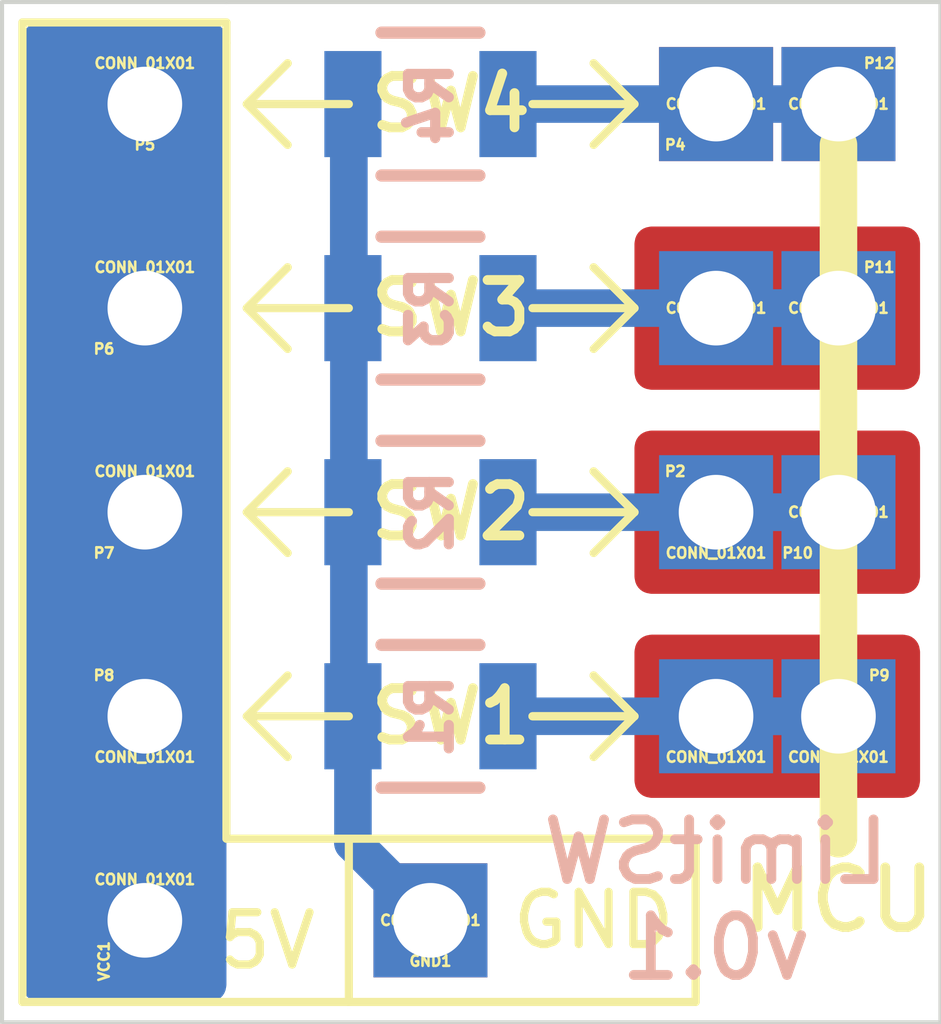
<source format=kicad_pcb>
(kicad_pcb (version 4) (host pcbnew 4.0.7)

  (general
    (links 16)
    (no_connects 0)
    (area 143.724999 100.224999 155.275001 112.775001)
    (thickness 1.6)
    (drawings 56)
    (tracks 21)
    (zones 0)
    (modules 18)
    (nets 7)
  )

  (page A4)
  (layers
    (0 F.Cu signal)
    (31 B.Cu signal)
    (34 B.Paste user)
    (35 F.Paste user)
    (36 B.SilkS user)
    (37 F.SilkS user)
    (38 B.Mask user)
    (39 F.Mask user)
    (44 Edge.Cuts user)
  )

  (setup
    (last_trace_width 0.153)
    (user_trace_width 0.28)
    (user_trace_width 0.3)
    (user_trace_width 0.35)
    (user_trace_width 0.37)
    (user_trace_width 0.4)
    (user_trace_width 0.46)
    (user_trace_width 0.5)
    (user_trace_width 0.8)
    (trace_clearance 0.2)
    (zone_clearance 0.2)
    (zone_45_only no)
    (trace_min 0.153)
    (segment_width 0.1)
    (edge_width 0.05)
    (via_size 0.6858)
    (via_drill 0.3302)
    (via_min_size 0.6858)
    (via_min_drill 0.3302)
    (user_via 0.6858 0.3302)
    (user_via 0.75 0.4)
    (user_via 0.84 0.49)
    (user_via 0.95 0.5)
    (uvia_size 0.45)
    (uvia_drill 0.3)
    (uvias_allowed yes)
    (uvia_min_size 0.45)
    (uvia_min_drill 0.3)
    (pcb_text_width 0.3)
    (pcb_text_size 1.5 1.5)
    (mod_edge_width 0.15)
    (mod_text_size 1 1)
    (mod_text_width 0.15)
    (pad_size 1.524 1.524)
    (pad_drill 0.762)
    (pad_to_mask_clearance 0.2)
    (aux_axis_origin 0 0)
    (visible_elements 7FFFFFFF)
    (pcbplotparams
      (layerselection 0x010f0_80000001)
      (usegerberextensions false)
      (excludeedgelayer true)
      (linewidth 0.100000)
      (plotframeref true)
      (viasonmask false)
      (mode 1)
      (useauxorigin false)
      (hpglpennumber 1)
      (hpglpenspeed 20)
      (hpglpendiameter 15)
      (hpglpenoverlay 2)
      (psnegative false)
      (psa4output false)
      (plotreference false)
      (plotvalue false)
      (plotinvisibletext false)
      (padsonsilk false)
      (subtractmaskfromsilk false)
      (outputformat 1)
      (mirror false)
      (drillshape 0)
      (scaleselection 1)
      (outputdirectory C:/Users/Denise/Desktop/))
  )

  (net 0 "")
  (net 1 GND)
  (net 2 "Net-(P1-Pad1)")
  (net 3 "Net-(P10-Pad1)")
  (net 4 "Net-(P11-Pad1)")
  (net 5 "Net-(P12-Pad1)")
  (net 6 +5V)

  (net_class Default "This is the default net class."
    (clearance 0.2)
    (trace_width 0.153)
    (via_dia 0.6858)
    (via_drill 0.3302)
    (uvia_dia 0.45)
    (uvia_drill 0.3)
    (add_net +5V)
    (add_net GND)
    (add_net "Net-(P1-Pad1)")
    (add_net "Net-(P10-Pad1)")
    (add_net "Net-(P11-Pad1)")
    (add_net "Net-(P12-Pad1)")
  )

  (module Resistors_SMD:R_0805 (layer B.Cu) (tedit 5A81DF9E) (tstamp 5A857992)
    (at 149 106.5)
    (descr "Resistor SMD 0805, reflow soldering, Vishay (see dcrcw.pdf)")
    (tags "resistor 0805")
    (path /5A81BBED)
    (attr smd)
    (fp_text reference R2 (at 0 0 90) (layer B.SilkS)
      (effects (font (size 0.5 0.5) (thickness 0.125)) (justify mirror))
    )
    (fp_text value R_Small (at 0 -1.5) (layer B.Fab)
      (effects (font (size 0.127 0.127) (thickness 0.03175)) (justify mirror))
    )
    (fp_line (start -1.6 1) (end 1.6 1) (layer B.CrtYd) (width 0.05))
    (fp_line (start -1.6 -1) (end 1.6 -1) (layer B.CrtYd) (width 0.05))
    (fp_line (start -1.6 1) (end -1.6 -1) (layer B.CrtYd) (width 0.05))
    (fp_line (start 1.6 1) (end 1.6 -1) (layer B.CrtYd) (width 0.05))
    (fp_line (start 0.6 -0.875) (end -0.6 -0.875) (layer B.SilkS) (width 0.15))
    (fp_line (start -0.6 0.875) (end 0.6 0.875) (layer B.SilkS) (width 0.15))
    (pad 1 smd rect (at -0.95 0) (size 0.7 1.3) (layers B.Cu B.Paste B.Mask)
      (net 1 GND))
    (pad 2 smd rect (at 0.95 0) (size 0.7 1.3) (layers B.Cu B.Paste B.Mask)
      (net 3 "Net-(P10-Pad1)"))
    (model Resistors_SMD.3dshapes/R_0805.wrl
      (at (xyz 0 0 0))
      (scale (xyz 1 1 1))
      (rotate (xyz 0 0 0))
    )
  )

  (module Resistors_SMD:R_0805 (layer B.Cu) (tedit 5A81DF96) (tstamp 5A85798C)
    (at 149 109)
    (descr "Resistor SMD 0805, reflow soldering, Vishay (see dcrcw.pdf)")
    (tags "resistor 0805")
    (path /5A81BC2D)
    (attr smd)
    (fp_text reference R1 (at 0 0 90) (layer B.SilkS)
      (effects (font (size 0.5 0.5) (thickness 0.125)) (justify mirror))
    )
    (fp_text value R_Small (at 0 -1.75) (layer B.Fab)
      (effects (font (size 0.127 0.127) (thickness 0.03175)) (justify mirror))
    )
    (fp_line (start -1.6 1) (end 1.6 1) (layer B.CrtYd) (width 0.05))
    (fp_line (start -1.6 -1) (end 1.6 -1) (layer B.CrtYd) (width 0.05))
    (fp_line (start -1.6 1) (end -1.6 -1) (layer B.CrtYd) (width 0.05))
    (fp_line (start 1.6 1) (end 1.6 -1) (layer B.CrtYd) (width 0.05))
    (fp_line (start 0.6 -0.875) (end -0.6 -0.875) (layer B.SilkS) (width 0.15))
    (fp_line (start -0.6 0.875) (end 0.6 0.875) (layer B.SilkS) (width 0.15))
    (pad 1 smd rect (at -0.95 0) (size 0.7 1.3) (layers B.Cu B.Paste B.Mask)
      (net 1 GND))
    (pad 2 smd rect (at 0.95 0) (size 0.7 1.3) (layers B.Cu B.Paste B.Mask)
      (net 2 "Net-(P1-Pad1)"))
    (model Resistors_SMD.3dshapes/R_0805.wrl
      (at (xyz 0 0 0))
      (scale (xyz 1 1 1))
      (rotate (xyz 0 0 0))
    )
  )

  (module cmon:1.4_0.9_S (layer F.Cu) (tedit 5A81E2A0) (tstamp 5A85794A)
    (at 149 111.5)
    (path /5A81B906)
    (attr virtual)
    (fp_text reference GND1 (at 0 0.5) (layer F.SilkS)
      (effects (font (size 0.127 0.127) (thickness 0.03175)))
    )
    (fp_text value CONN_01X01 (at 0 0) (layer F.SilkS)
      (effects (font (size 0.127 0.127) (thickness 0.03175)))
    )
    (pad 1 thru_hole rect (at 0 0) (size 1.397 1.397) (drill 0.9144) (layers *.Cu *.Paste *.Mask)
      (net 1 GND))
  )

  (module cmon:1.4_0.9_S (layer F.Cu) (tedit 5A81E304) (tstamp 5A85794F)
    (at 152.5 109)
    (path /5A81B6A0)
    (attr virtual)
    (fp_text reference P1 (at 1.5 -2.5) (layer F.SilkS)
      (effects (font (size 0.127 0.127) (thickness 0.03175)))
    )
    (fp_text value CONN_01X01 (at 0 0.5) (layer F.SilkS)
      (effects (font (size 0.127 0.127) (thickness 0.03175)))
    )
    (pad 1 thru_hole rect (at 0 0) (size 1.397 1.397) (drill 0.9144) (layers *.Cu *.Paste *.Mask)
      (net 2 "Net-(P1-Pad1)"))
  )

  (module cmon:1.4_0.9_S (layer F.Cu) (tedit 5A81E363) (tstamp 5A857954)
    (at 152.5 106.5)
    (path /5A81B6D3)
    (attr virtual)
    (fp_text reference P2 (at -0.5 -0.5) (layer F.SilkS)
      (effects (font (size 0.127 0.127) (thickness 0.03175)))
    )
    (fp_text value CONN_01X01 (at 0 0.5) (layer F.SilkS)
      (effects (font (size 0.127 0.127) (thickness 0.03175)))
    )
    (pad 1 thru_hole rect (at 0 0) (size 1.397 1.397) (drill 0.9144) (layers *.Cu *.Paste *.Mask)
      (net 3 "Net-(P10-Pad1)"))
  )

  (module cmon:1.4_0.9_S (layer F.Cu) (tedit 5A81E31D) (tstamp 5A857959)
    (at 152.5 104)
    (path /5A81B6F9)
    (attr virtual)
    (fp_text reference P3 (at 1.5 0) (layer F.SilkS)
      (effects (font (size 0.127 0.127) (thickness 0.03175)))
    )
    (fp_text value CONN_01X01 (at 0 0) (layer F.SilkS)
      (effects (font (size 0.127 0.127) (thickness 0.03175)))
    )
    (pad 1 thru_hole rect (at 0 0) (size 1.397 1.397) (drill 0.9144) (layers *.Cu *.Paste *.Mask)
      (net 4 "Net-(P11-Pad1)"))
  )

  (module cmon:1.4_0.9_S (layer F.Cu) (tedit 5A81E34C) (tstamp 5A85795E)
    (at 152.5 101.5)
    (path /5A81B726)
    (attr virtual)
    (fp_text reference P4 (at -0.5 0.5) (layer F.SilkS)
      (effects (font (size 0.127 0.127) (thickness 0.03175)))
    )
    (fp_text value CONN_01X01 (at 0 0) (layer F.SilkS)
      (effects (font (size 0.127 0.127) (thickness 0.03175)))
    )
    (pad 1 thru_hole rect (at 0 0) (size 1.397 1.397) (drill 0.9144) (layers *.Cu *.Paste *.Mask)
      (net 5 "Net-(P12-Pad1)"))
  )

  (module cmon:1.4_0.9_S (layer F.Cu) (tedit 5A81E2DA) (tstamp 5A857963)
    (at 145.5 101.5)
    (path /5A81B655)
    (attr virtual)
    (fp_text reference P5 (at 0 0.5) (layer F.SilkS)
      (effects (font (size 0.127 0.127) (thickness 0.03175)))
    )
    (fp_text value CONN_01X01 (at 0 -0.5) (layer F.SilkS)
      (effects (font (size 0.127 0.127) (thickness 0.03175)))
    )
    (pad 1 thru_hole rect (at 0 0) (size 1.397 1.397) (drill 0.9144) (layers *.Cu *.Paste *.Mask)
      (net 6 +5V))
  )

  (module cmon:1.4_0.9_S (layer F.Cu) (tedit 5A81E2D6) (tstamp 5A857968)
    (at 145.5 104)
    (path /5A81B61F)
    (attr virtual)
    (fp_text reference P6 (at -0.5 0.5) (layer F.SilkS)
      (effects (font (size 0.127 0.127) (thickness 0.03175)))
    )
    (fp_text value CONN_01X01 (at 0 -0.5) (layer F.SilkS)
      (effects (font (size 0.127 0.127) (thickness 0.03175)))
    )
    (pad 1 thru_hole rect (at 0 0) (size 1.397 1.397) (drill 0.9144) (layers *.Cu *.Paste *.Mask)
      (net 6 +5V))
  )

  (module cmon:1.4_0.9_S (layer F.Cu) (tedit 5A81E2DF) (tstamp 5A85796D)
    (at 145.5 106.5)
    (path /5A81B5EB)
    (attr virtual)
    (fp_text reference P7 (at -0.5 0.5) (layer F.SilkS)
      (effects (font (size 0.127 0.127) (thickness 0.03175)))
    )
    (fp_text value CONN_01X01 (at 0 -0.5) (layer F.SilkS)
      (effects (font (size 0.127 0.127) (thickness 0.03175)))
    )
    (pad 1 thru_hole rect (at 0 0) (size 1.397 1.397) (drill 0.9144) (layers *.Cu *.Paste *.Mask)
      (net 6 +5V))
  )

  (module cmon:1.4_0.9_S (layer F.Cu) (tedit 5A81E2E3) (tstamp 5A857972)
    (at 145.5 109)
    (path /5A81B676)
    (attr virtual)
    (fp_text reference P8 (at -0.5 -0.5) (layer F.SilkS)
      (effects (font (size 0.127 0.127) (thickness 0.03175)))
    )
    (fp_text value CONN_01X01 (at 0 0.5) (layer F.SilkS)
      (effects (font (size 0.127 0.127) (thickness 0.03175)))
    )
    (pad 1 thru_hole rect (at 0 0) (size 1.397 1.397) (drill 0.9144) (layers *.Cu *.Paste *.Mask)
      (net 6 +5V))
  )

  (module cmon:1.4_0.9_S (layer F.Cu) (tedit 5A81E35D) (tstamp 5A857977)
    (at 154 109)
    (path /5A81C373)
    (attr virtual)
    (fp_text reference P9 (at 0.5 -0.5) (layer F.SilkS)
      (effects (font (size 0.127 0.127) (thickness 0.03175)))
    )
    (fp_text value CONN_01X01 (at 0 0.5) (layer F.SilkS)
      (effects (font (size 0.127 0.127) (thickness 0.03175)))
    )
    (pad 1 thru_hole rect (at 0 0) (size 1.397 1.397) (drill 0.9144) (layers *.Cu *.Paste *.Mask)
      (net 2 "Net-(P1-Pad1)"))
  )

  (module cmon:1.4_0.9_S (layer F.Cu) (tedit 5A81E356) (tstamp 5A85797C)
    (at 154 106.5)
    (path /5A81C3CF)
    (attr virtual)
    (fp_text reference P10 (at -0.5 0.5) (layer F.SilkS)
      (effects (font (size 0.127 0.127) (thickness 0.03175)))
    )
    (fp_text value CONN_01X01 (at 0 0) (layer F.SilkS)
      (effects (font (size 0.127 0.127) (thickness 0.03175)))
    )
    (pad 1 thru_hole rect (at 0 0) (size 1.397 1.397) (drill 0.9144) (layers *.Cu *.Paste *.Mask)
      (net 3 "Net-(P10-Pad1)"))
  )

  (module cmon:1.4_0.9_S (layer F.Cu) (tedit 5A81E346) (tstamp 5A857981)
    (at 154 104)
    (path /5A81C413)
    (attr virtual)
    (fp_text reference P11 (at 0.5 -0.5) (layer F.SilkS)
      (effects (font (size 0.127 0.127) (thickness 0.03175)))
    )
    (fp_text value CONN_01X01 (at 0 0) (layer F.SilkS)
      (effects (font (size 0.127 0.127) (thickness 0.03175)))
    )
    (pad 1 thru_hole rect (at 0 0) (size 1.397 1.397) (drill 0.9144) (layers *.Cu *.Paste *.Mask)
      (net 4 "Net-(P11-Pad1)"))
  )

  (module cmon:1.4_0.9_S (layer F.Cu) (tedit 5A81E339) (tstamp 5A857986)
    (at 154 101.5)
    (path /5A81C45A)
    (attr virtual)
    (fp_text reference P12 (at 0.5 -0.5) (layer F.SilkS)
      (effects (font (size 0.127 0.127) (thickness 0.03175)))
    )
    (fp_text value CONN_01X01 (at 0 0) (layer F.SilkS)
      (effects (font (size 0.127 0.127) (thickness 0.03175)))
    )
    (pad 1 thru_hole rect (at 0 0) (size 1.397 1.397) (drill 0.9144) (layers *.Cu *.Paste *.Mask)
      (net 5 "Net-(P12-Pad1)"))
  )

  (module Resistors_SMD:R_0805 (layer B.Cu) (tedit 5A81DF80) (tstamp 5A857998)
    (at 149 104)
    (descr "Resistor SMD 0805, reflow soldering, Vishay (see dcrcw.pdf)")
    (tags "resistor 0805")
    (path /5A81BCB8)
    (attr smd)
    (fp_text reference R3 (at 0 0 90) (layer B.SilkS)
      (effects (font (size 0.5 0.5) (thickness 0.125)) (justify mirror))
    )
    (fp_text value R_Small (at 0 -1.75) (layer B.Fab)
      (effects (font (size 0.127 0.127) (thickness 0.03175)) (justify mirror))
    )
    (fp_line (start -1.6 1) (end 1.6 1) (layer B.CrtYd) (width 0.05))
    (fp_line (start -1.6 -1) (end 1.6 -1) (layer B.CrtYd) (width 0.05))
    (fp_line (start -1.6 1) (end -1.6 -1) (layer B.CrtYd) (width 0.05))
    (fp_line (start 1.6 1) (end 1.6 -1) (layer B.CrtYd) (width 0.05))
    (fp_line (start 0.6 -0.875) (end -0.6 -0.875) (layer B.SilkS) (width 0.15))
    (fp_line (start -0.6 0.875) (end 0.6 0.875) (layer B.SilkS) (width 0.15))
    (pad 1 smd rect (at -0.95 0) (size 0.7 1.3) (layers B.Cu B.Paste B.Mask)
      (net 1 GND))
    (pad 2 smd rect (at 0.95 0) (size 0.7 1.3) (layers B.Cu B.Paste B.Mask)
      (net 4 "Net-(P11-Pad1)"))
    (model Resistors_SMD.3dshapes/R_0805.wrl
      (at (xyz 0 0 0))
      (scale (xyz 1 1 1))
      (rotate (xyz 0 0 0))
    )
  )

  (module Resistors_SMD:R_0805 (layer B.Cu) (tedit 5A81DF90) (tstamp 5A85799E)
    (at 149 101.5)
    (descr "Resistor SMD 0805, reflow soldering, Vishay (see dcrcw.pdf)")
    (tags "resistor 0805")
    (path /5A81BC7D)
    (attr smd)
    (fp_text reference R4 (at 0 0 90) (layer B.SilkS)
      (effects (font (size 0.5 0.5) (thickness 0.125)) (justify mirror))
    )
    (fp_text value R_Small (at 0 8.25) (layer B.Fab)
      (effects (font (size 0.127 0.127) (thickness 0.03175)) (justify mirror))
    )
    (fp_line (start -1.6 1) (end 1.6 1) (layer B.CrtYd) (width 0.05))
    (fp_line (start -1.6 -1) (end 1.6 -1) (layer B.CrtYd) (width 0.05))
    (fp_line (start -1.6 1) (end -1.6 -1) (layer B.CrtYd) (width 0.05))
    (fp_line (start 1.6 1) (end 1.6 -1) (layer B.CrtYd) (width 0.05))
    (fp_line (start 0.6 -0.875) (end -0.6 -0.875) (layer B.SilkS) (width 0.15))
    (fp_line (start -0.6 0.875) (end 0.6 0.875) (layer B.SilkS) (width 0.15))
    (pad 1 smd rect (at -0.95 0) (size 0.7 1.3) (layers B.Cu B.Paste B.Mask)
      (net 1 GND))
    (pad 2 smd rect (at 0.95 0) (size 0.7 1.3) (layers B.Cu B.Paste B.Mask)
      (net 5 "Net-(P12-Pad1)"))
    (model Resistors_SMD.3dshapes/R_0805.wrl
      (at (xyz 0 0 0))
      (scale (xyz 1 1 1))
      (rotate (xyz 0 0 0))
    )
  )

  (module cmon:1.4_0.9_S (layer F.Cu) (tedit 5A81E2E9) (tstamp 5A8579A3)
    (at 145.5 111.5)
    (path /5A81B939)
    (attr virtual)
    (fp_text reference VCC1 (at -0.5 0.5 90) (layer F.SilkS)
      (effects (font (size 0.127 0.127) (thickness 0.03175)))
    )
    (fp_text value CONN_01X01 (at 0 -0.5) (layer F.SilkS)
      (effects (font (size 0.127 0.127) (thickness 0.03175)))
    )
    (pad 1 thru_hole rect (at 0 0) (size 1.397 1.397) (drill 0.9144) (layers *.Cu *.Paste *.Mask)
      (net 6 +5V))
  )

  (gr_text MCU (at 154 111.25) (layer F.SilkS)
    (effects (font (size 0.73 0.73) (thickness 0.12)))
  )
  (gr_line (start 154 110.5) (end 154 102) (angle 90) (layer F.SilkS) (width 0.46))
  (gr_line (start 146.75 101.5) (end 147.25 102) (angle 90) (layer F.SilkS) (width 0.1))
  (gr_line (start 147.25 101) (end 146.75 101.5) (angle 90) (layer F.SilkS) (width 0.1))
  (gr_line (start 146.75 101.5) (end 147.25 101) (angle 90) (layer F.SilkS) (width 0.1))
  (gr_line (start 148 101.5) (end 146.75 101.5) (angle 90) (layer F.SilkS) (width 0.1))
  (gr_line (start 151.5 101.5) (end 151 102) (angle 90) (layer F.SilkS) (width 0.1))
  (gr_line (start 151 101) (end 151.5 101.5) (angle 90) (layer F.SilkS) (width 0.1))
  (gr_line (start 151.5 101.5) (end 151 101) (angle 90) (layer F.SilkS) (width 0.1))
  (gr_line (start 150.25 101.5) (end 151.5 101.5) (angle 90) (layer F.SilkS) (width 0.1))
  (gr_line (start 146.75 104) (end 147.25 104.5) (angle 90) (layer F.SilkS) (width 0.1))
  (gr_line (start 147.25 103.5) (end 146.75 104) (angle 90) (layer F.SilkS) (width 0.1))
  (gr_line (start 146.75 104) (end 147.25 103.5) (angle 90) (layer F.SilkS) (width 0.1))
  (gr_line (start 148 104) (end 146.75 104) (angle 90) (layer F.SilkS) (width 0.1))
  (gr_line (start 151.5 104) (end 151 104.5) (angle 90) (layer F.SilkS) (width 0.1))
  (gr_line (start 151 103.5) (end 151.5 104) (angle 90) (layer F.SilkS) (width 0.1))
  (gr_line (start 151.5 104) (end 151 103.5) (angle 90) (layer F.SilkS) (width 0.1))
  (gr_line (start 150.25 104) (end 151.5 104) (angle 90) (layer F.SilkS) (width 0.1))
  (gr_line (start 146.75 106.5) (end 147.25 107) (angle 90) (layer F.SilkS) (width 0.1))
  (gr_line (start 147.25 106) (end 146.75 106.5) (angle 90) (layer F.SilkS) (width 0.1))
  (gr_line (start 146.75 106.5) (end 147.25 106) (angle 90) (layer F.SilkS) (width 0.1))
  (gr_line (start 148 106.5) (end 146.75 106.5) (angle 90) (layer F.SilkS) (width 0.1))
  (gr_line (start 151.5 106.5) (end 151 107) (angle 90) (layer F.SilkS) (width 0.1))
  (gr_line (start 151 106) (end 151.5 106.5) (angle 90) (layer F.SilkS) (width 0.1))
  (gr_line (start 151.5 106.5) (end 151 106) (angle 90) (layer F.SilkS) (width 0.1))
  (gr_line (start 150.25 106.5) (end 151.5 106.5) (angle 90) (layer F.SilkS) (width 0.1))
  (gr_line (start 146.75 109) (end 147.25 109.5) (angle 90) (layer F.SilkS) (width 0.1))
  (gr_line (start 146.75 109) (end 147.25 108.5) (angle 90) (layer F.SilkS) (width 0.1))
  (gr_line (start 148 109) (end 146.75 109) (angle 90) (layer F.SilkS) (width 0.1))
  (gr_line (start 151.5 109) (end 151 109.5) (angle 90) (layer F.SilkS) (width 0.1))
  (gr_line (start 151 108.5) (end 151.5 109) (angle 90) (layer F.SilkS) (width 0.1))
  (gr_line (start 151.5 109) (end 151 108.5) (angle 90) (layer F.SilkS) (width 0.1))
  (gr_line (start 150.25 109) (end 151.5 109) (angle 90) (layer F.SilkS) (width 0.1))
  (gr_line (start 151.5 109) (end 150.25 109) (angle 90) (layer F.SilkS) (width 0.1))
  (gr_text SW4 (at 149.25 101.5) (layer F.SilkS)
    (effects (font (size 0.63 0.63) (thickness 0.12)))
  )
  (gr_text SW3 (at 149.25 104) (layer F.SilkS)
    (effects (font (size 0.63 0.63) (thickness 0.12)))
  )
  (gr_text SW2 (at 149.25 106.5) (layer F.SilkS)
    (effects (font (size 0.63 0.63) (thickness 0.12)))
  )
  (gr_text SW1 (at 149.25 109) (layer F.SilkS)
    (effects (font (size 0.63 0.63) (thickness 0.12)))
  )
  (gr_line (start 152.25 112.5) (end 148 112.5) (angle 90) (layer F.SilkS) (width 0.1))
  (gr_line (start 152.25 110.5) (end 152.25 112.5) (angle 90) (layer F.SilkS) (width 0.1))
  (gr_line (start 148 110.5) (end 152.25 110.5) (angle 90) (layer F.SilkS) (width 0.1))
  (gr_line (start 144 100.5) (end 144 112.5) (angle 90) (layer F.SilkS) (width 0.1))
  (gr_line (start 146.5 100.5) (end 144 100.5) (angle 90) (layer F.SilkS) (width 0.1))
  (gr_line (start 146.5 100.75) (end 146.5 100.5) (angle 90) (layer F.SilkS) (width 0.1))
  (gr_line (start 146.5 110.5) (end 146.5 100.75) (angle 90) (layer F.SilkS) (width 0.1))
  (gr_line (start 148 110.5) (end 146.5 110.5) (angle 90) (layer F.SilkS) (width 0.1))
  (gr_line (start 148 112.5) (end 148 110.5) (angle 90) (layer F.SilkS) (width 0.1))
  (gr_line (start 144 112.5) (end 148 112.5) (angle 90) (layer F.SilkS) (width 0.1))
  (gr_text GND (at 151 111.5) (layer F.SilkS)
    (effects (font (size 0.64 0.64) (thickness 0.1)))
  )
  (gr_text 5V (at 147 111.75) (layer F.SilkS)
    (effects (font (size 0.64 0.64) (thickness 0.1)))
  )
  (gr_text "LimitSW\nv0.1" (at 152.5 111.25) (layer B.SilkS)
    (effects (font (size 0.73 0.73) (thickness 0.12)) (justify mirror))
  )
  (gr_line (start 155.25 112.75) (end 155.25 100.25) (angle 90) (layer Edge.Cuts) (width 0.05))
  (gr_line (start 143.75 112.75) (end 155.25 112.75) (angle 90) (layer Edge.Cuts) (width 0.05))
  (gr_line (start 143.75 100.25) (end 143.75 112.75) (angle 90) (layer Edge.Cuts) (width 0.05))
  (gr_line (start 146.5 100.25) (end 143.75 100.25) (angle 90) (layer Edge.Cuts) (width 0.05))
  (gr_line (start 155.25 100.25) (end 146.5 100.25) (angle 90) (layer Edge.Cuts) (width 0.05))

  (segment (start 149 111.5) (end 148.05 110.55) (width 0.46) (layer B.Cu) (net 1))
  (segment (start 148.05 110.55) (end 148.05 109) (width 0.46) (layer B.Cu) (net 1) (tstamp 5A857E9A))
  (segment (start 148 109.05) (end 148 106.55) (width 0.46) (layer B.Cu) (net 1) (tstamp 5A857DE0))
  (segment (start 148 106.55) (end 148 104.05) (width 0.46) (layer B.Cu) (net 1) (tstamp 5A857DE1))
  (segment (start 148 104.05) (end 148 101.55) (width 0.46) (layer B.Cu) (net 1) (tstamp 5A857DE2))
  (segment (start 148 101.55) (end 148 103.95) (width 0.46) (layer B.Cu) (net 1) (tstamp 5A857DE3))
  (segment (start 148 103.95) (end 148.05 104) (width 0.46) (layer B.Cu) (net 1) (tstamp 5A857DE4))
  (segment (start 149.95 109) (end 152.5 109) (width 0.46) (layer B.Cu) (net 2))
  (segment (start 152.5 109) (end 154 109) (width 0.46) (layer B.Cu) (net 2) (tstamp 5A857E5F))
  (segment (start 152.5 109) (end 154 109) (width 0.46) (layer B.Cu) (net 2) (tstamp 5A857DF8))
  (segment (start 149.95 106.5) (end 152.5 106.5) (width 0.46) (layer B.Cu) (net 3))
  (segment (start 152.5 106.5) (end 154 106.5) (width 0.46) (layer B.Cu) (net 3) (tstamp 5A857E5C))
  (segment (start 152.5 106.5) (end 154 106.5) (width 0.46) (layer B.Cu) (net 3) (tstamp 5A857DF5))
  (segment (start 149.95 104) (end 152.5 104) (width 0.46) (layer B.Cu) (net 4))
  (segment (start 152.5 104) (end 154 104) (width 0.46) (layer B.Cu) (net 4) (tstamp 5A857E59))
  (segment (start 152.5 104) (end 154 104) (width 0.46) (layer B.Cu) (net 4) (tstamp 5A857DF2))
  (segment (start 149.95 101.5) (end 152.5 101.5) (width 0.46) (layer B.Cu) (net 5))
  (segment (start 152.5 101.5) (end 154 101.5) (width 0.46) (layer B.Cu) (net 5) (tstamp 5A857E56))
  (segment (start 145.5 101.5) (end 145.5 104) (width 0.5) (layer B.Cu) (net 6))
  (segment (start 145.5 104) (end 145.5 109) (width 0.5) (layer B.Cu) (net 6))
  (segment (start 145.5 109) (end 145.5 111.5) (width 0.5) (layer B.Cu) (net 6) (tstamp 5A857C98))

  (zone (net 6) (net_name +5V) (layer B.Cu) (tstamp 5A857CA6) (hatch edge 0.508)
    (connect_pads yes (clearance 0.2))
    (min_thickness 0.2)
    (fill yes (arc_segments 16) (thermal_gap 0) (thermal_bridge_width 0.508) (smoothing fillet) (radius 0.2))
    (polygon
      (pts
        (xy 146.5 110.5) (xy 146.5 112) (xy 146.5 112.5) (xy 144 112.5) (xy 144 100.5)
        (xy 146.5 100.5)
      )
    )
    (filled_polygon
      (pts
        (xy 146.33752 100.609423) (xy 146.369325 100.630675) (xy 146.390577 100.66248) (xy 146.4 100.709851) (xy 146.4 112.290149)
        (xy 146.390577 112.33752) (xy 146.369325 112.369325) (xy 146.33752 112.390577) (xy 146.290149 112.4) (xy 144.209851 112.4)
        (xy 144.16248 112.390577) (xy 144.130675 112.369325) (xy 144.109423 112.33752) (xy 144.1 112.290149) (xy 144.1 100.709851)
        (xy 144.109423 100.66248) (xy 144.130675 100.630675) (xy 144.16248 100.609423) (xy 144.209851 100.6) (xy 146.290149 100.6)
      )
    )
  )
  (zone (net 2) (net_name "Net-(P1-Pad1)") (layer F.Cu) (tstamp 5A857DEA) (hatch edge 0.508)
    (connect_pads yes (clearance 0.2))
    (min_thickness 0.2)
    (fill yes (arc_segments 16) (thermal_gap 0) (thermal_bridge_width 0.508) (smoothing fillet) (radius 0.2))
    (polygon
      (pts
        (xy 155 110) (xy 151.5 110) (xy 151.5 108) (xy 155 108)
      )
    )
    (filled_polygon
      (pts
        (xy 154.83752 108.109423) (xy 154.869325 108.130675) (xy 154.890577 108.16248) (xy 154.9 108.209851) (xy 154.9 109.790149)
        (xy 154.890577 109.83752) (xy 154.869325 109.869325) (xy 154.83752 109.890577) (xy 154.790149 109.9) (xy 151.709851 109.9)
        (xy 151.66248 109.890577) (xy 151.630675 109.869325) (xy 151.609423 109.83752) (xy 151.6 109.790149) (xy 151.6 108.209851)
        (xy 151.609423 108.16248) (xy 151.630675 108.130675) (xy 151.66248 108.109423) (xy 151.709851 108.1) (xy 154.790149 108.1)
      )
    )
  )
  (zone (net 3) (net_name "Net-(P10-Pad1)") (layer F.Cu) (tstamp 5A857DEB) (hatch edge 0.508)
    (connect_pads yes (clearance 0.2))
    (min_thickness 0.2)
    (fill yes (arc_segments 16) (thermal_gap 0) (thermal_bridge_width 0.508) (smoothing fillet) (radius 0.2))
    (polygon
      (pts
        (xy 155 107.5) (xy 151.5 107.5) (xy 151.5 105.5) (xy 155 105.5)
      )
    )
    (filled_polygon
      (pts
        (xy 154.83752 105.609423) (xy 154.869325 105.630675) (xy 154.890577 105.66248) (xy 154.9 105.709851) (xy 154.9 107.290149)
        (xy 154.890577 107.33752) (xy 154.869325 107.369325) (xy 154.83752 107.390577) (xy 154.790149 107.4) (xy 151.709851 107.4)
        (xy 151.66248 107.390577) (xy 151.630675 107.369325) (xy 151.609423 107.33752) (xy 151.6 107.290149) (xy 151.6 105.709851)
        (xy 151.609423 105.66248) (xy 151.630675 105.630675) (xy 151.66248 105.609423) (xy 151.709851 105.6) (xy 154.790149 105.6)
      )
    )
  )
  (zone (net 4) (net_name "Net-(P11-Pad1)") (layer F.Cu) (tstamp 5A857DEC) (hatch edge 0.508)
    (connect_pads yes (clearance 0.2))
    (min_thickness 0.2)
    (fill yes (arc_segments 16) (thermal_gap 0) (thermal_bridge_width 0.508) (smoothing fillet) (radius 0.2))
    (polygon
      (pts
        (xy 155 105) (xy 151.5 105) (xy 151.5 103) (xy 155 103)
      )
    )
    (filled_polygon
      (pts
        (xy 154.83752 103.109423) (xy 154.869325 103.130675) (xy 154.890577 103.16248) (xy 154.9 103.209851) (xy 154.9 104.790149)
        (xy 154.890577 104.83752) (xy 154.869325 104.869325) (xy 154.83752 104.890577) (xy 154.790149 104.9) (xy 151.709851 104.9)
        (xy 151.66248 104.890577) (xy 151.630675 104.869325) (xy 151.609423 104.83752) (xy 151.6 104.790149) (xy 151.6 103.209851)
        (xy 151.609423 103.16248) (xy 151.630675 103.130675) (xy 151.66248 103.109423) (xy 151.709851 103.1) (xy 154.790149 103.1)
      )
    )
  )
  (zone (net 5) (net_name "Net-(P12-Pad1)") (layer F.Cu) (tstamp 5A857DED) (hatch edge 0.508)
    (connect_pads yes (clearance 0.2))
    (min_thickness 0.2)
    (fill (arc_segments 16) (thermal_gap 0) (thermal_bridge_width 0.508) (smoothing fillet) (radius 0.2))
    (polygon
      (pts
        (xy 155 102.5) (xy 151.5 102.5) (xy 151.5 100.5) (xy 155 100.5)
      )
    )
  )
)

</source>
